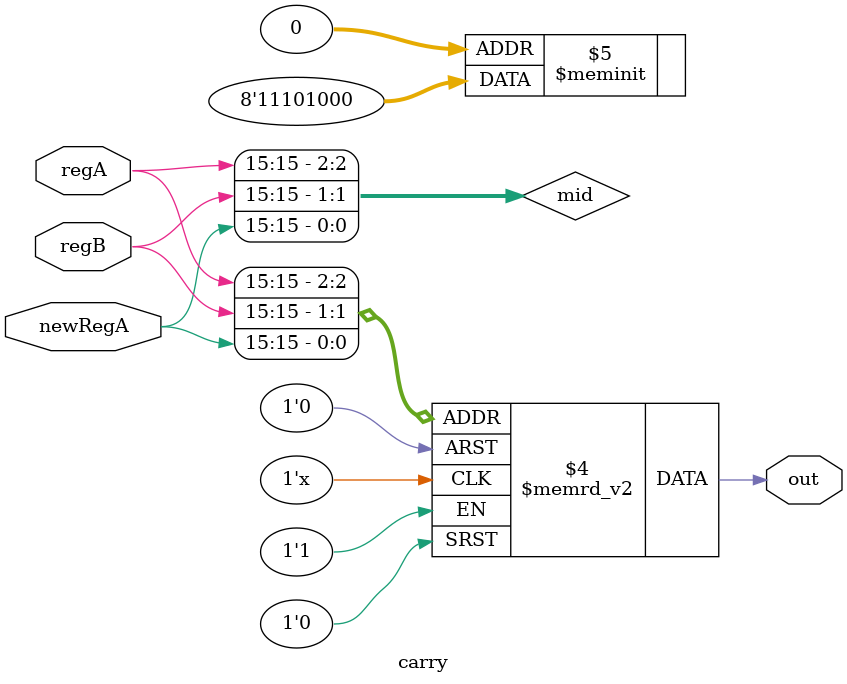
<source format=v>
module carry(regA,regB,newRegA,out);
    input [15:0]regA;
    input [15:0]regB;
    input [15:0]newRegA;
    reg [2:0]mid;

    assign mid[2] = regA[15];
    assign mid[1] = regB[15];
    assign mid[0] = newRegA[15];

    output reg out;

    always @(mid)
        case(mid)
            0 : out = 0;
            1 : out = 0;
            2 : out = 0;
            3 : out = 1;
            4 : out = 0;
            5 : out = 1;
            6 : out = 1;
            7 : out = 1;
        endcase
endmodule 
</source>
